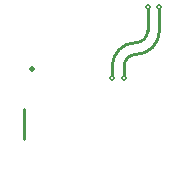
<source format=gbr>
G04 #@! TF.CreationDate,2025-02-12T11:55:07*
G04 #@! TF.FileFunction,Copper,L1,Top,Signal*
G04 #@! TF.FilePolarity,Positive*
G04 #@! TF.GenerationSoftware,Karel Tavernier,gerber_writer_example.java,2024.03*
%MOMM*%
%FSLAX36Y36*%
G75*
%AMRectangle*
0 Rectangle with straight corners*
0 Uses primitive 4 only, without calculations*
0 $1 xsize/2*
0 $2 ysize/2*
0 $3 rotation angle*
4,1,4,
$1,$2,
$1,-$2,
-$1,-$2,
-$1,$2,
$1,$2,
$3*
%
%AMRoundedRectangle*
0 Rectangle with rounded corners*
0 Uses primitive 1 and 4 only, without calculations*
0 $1 xsize/2*
0 $2 ysize/2*
0 $3 xsize/2-radius*
0 $4 ysize/2-radius*
0 $5 rotation angle*
0 $6 diameter*
0 $7 x of center of first quadrant circle*
0 $8 y of center of first quadrant circle*
0 $9 x of center of 2nd quadrant circle*
0 $10 y of center of 2nd quadrant circle*
4,1,8,
$3,$2,
$1,$4,
$1,-$4,
$3,-$2,
-$3,-$2,
-$1,-$4,
-$1,$4,
-$3,$2,
$3,$2,
$5*
1,1,$6,$7,$8*
1,1,$6,-$7,-$8*
1,1,$6,$9,$10*
1,1,$6,-$9,-$10*
%
%AMRoundedThermal*
0 Circular thermal with rounded corners*
0 $1 outer diameter*
0 $2 inner diameter*
0 $3 gap of straight thermal primitive*
0 $4 rotation angle*
0 $5 diameter rounding circles*
0 $6 x coordinate of q1 along h axis circle, rotated*
0 $7 y coordinate of q1 along h axis circle, rotated*
0 $8 x coordinate of q1 along v axis circle, rotated*
0 $9 y coordinate of q1 along v axis circle, rotated*
7,0,0,$1,$2,$3,$4*
1,1,$5,$6,$7*
1,1,$5,-$7,$6*
1,1,$5,-$6,-$7*
1,1,$5,$7,-$6*
1,1,$5,$8,$9*
1,1,$5,-$9,$8*
1,1,$5,-$8,-$9*
1,1,$5,$9,-$8*
1,0,$2,0,0*
%
G04 #@! TA.AperFunction,SMDPad,CuDef*
G04 #@! TAShape,Rectangle,1.270000,2.540000,45.000000*
%ADD10Rectangle,0.635000X1.270000X45.000000*%
G04 #@! TD*
G04 #@! TA.AperFunction,Conductor*
G04 #@! TAShape,Circle,0.254000*
%ADD11C,0.254000*%
G04 #@! TD*
G04 #@! TA.AperFunction,ConnectorPad*
G04 #@! TAShape,Circle,0.508000*
%ADD12C,0.508000*%
G04 #@! TD*
G04 #@! TA.AperFunction,ConnectorPad*
G04 #@! TAShape,Circle,0.208000*
%ADD13C,0.208000*%
G04 #@! TD*
G04 #@! TA.AperFunction,SMDPad,CuDef*
G04 #@! TAShape,RoundedRectangle,1.257000,2.286000,0.254000,0.000000*
%ADD14RoundedRectangle,0.628500X1.143000X0.374500X0.889000X0.000000X0.508000X0.374500X0.889000X-0.374500X0.889000*%
G04 #@! TD*
G04 #@! TA.AperFunction,ThermalReliefPad*
G04 #@! TAShape,RoundedThermal,1.000000,0.800000,0.060000,45.000000*
%ADD15RoundedThermal,1.000000X0.800000X0.182911X45.000000X0.103913X0.440485X0.081952X0.081952X0.440485X0.800000*%
G04 #@! TD*
%LPD*%
D10*
X65093999Y47269000D03*
X68047000Y50267000D03*
D11*
X65093999Y47269000D02*
G01*
X66093999Y48269000D01*
D12*
X66093999Y48269000D03*
%LPC*%
D13*
X66093999Y48269000D03*
%LPD*%
D14*
X56515000Y47879000D03*
X60341000Y47879000D03*
X58428000Y43700000D03*
D11*
X60341000Y47879000D02*
X62549000Y47879000D01*
X64349999Y49657000D01*
D12*
X64349999Y49657000D03*
%LPC*%
D13*
X64349999Y49657000D03*
%LPD*%
D11*
X58428000Y43700000D02*
X65000000Y43700000D01*
X69800000Y48500000D01*
X68047000Y50267000D01*
G04 #@! TA.AperFunction,Conductor*
G36*
X55000000Y50000000D02*
X60800000Y50000000D01*
G03*
X63000000Y52200000I0J2200000D01*
G01*
X63000000Y56000000D01*
X55000000Y56000000D01*
X55000000Y50000000D01*
G37*
G04 #@! TD*
%LPC*%
D15*
X60800000Y52200000D03*
%LPD*%
D12*
X57200000Y53800000D03*
D11*
X56515000Y47879000D02*
X56515000Y50419000D01*
D12*
X64000000Y53000000D03*
D11*
X64000000Y54000000D01*
G02*
X66000000Y56000000I2000000J0D01*
G03*
X67000000Y57000000I0J1000000D01*
G01*
X67000000Y59000000D01*
D12*
X67000000Y59000000D03*
%LPC*%
D13*
X64000000Y53000000D03*
X67000000Y59000000D03*
%LPD*%
D12*
X65000000Y53000000D03*
D11*
X65000000Y54000000D01*
G02*
X66000000Y55000000I1000000J0D01*
G03*
X68000000Y57000000I0J2000000D01*
G01*
X68000000Y59000000D01*
D12*
X68000000Y59000000D03*
%LPC*%
D13*
X65000000Y53000000D03*
X68000000Y59000000D03*
M02*

</source>
